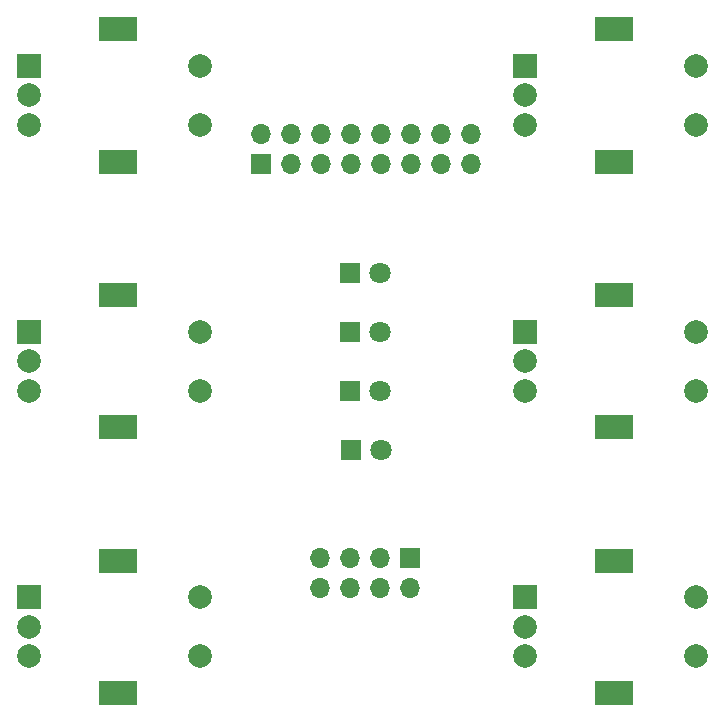
<source format=gts>
%TF.GenerationSoftware,KiCad,Pcbnew,7.0.5*%
%TF.CreationDate,2023-07-13T08:51:00+02:00*%
%TF.ProjectId,Encoder-Holder,456e636f-6465-4722-9d48-6f6c6465722e,rev?*%
%TF.SameCoordinates,Original*%
%TF.FileFunction,Soldermask,Top*%
%TF.FilePolarity,Negative*%
%FSLAX46Y46*%
G04 Gerber Fmt 4.6, Leading zero omitted, Abs format (unit mm)*
G04 Created by KiCad (PCBNEW 7.0.5) date 2023-07-13 08:51:00*
%MOMM*%
%LPD*%
G01*
G04 APERTURE LIST*
%ADD10R,2.000000X2.000000*%
%ADD11C,2.000000*%
%ADD12R,3.200000X2.000000*%
%ADD13R,1.700000X1.700000*%
%ADD14O,1.700000X1.700000*%
%ADD15R,1.800000X1.800000*%
%ADD16C,1.800000*%
G04 APERTURE END LIST*
D10*
%TO.C,SW5*%
X146000000Y-77500000D03*
D11*
X146000000Y-82500000D03*
X146000000Y-80000000D03*
D12*
X153500000Y-74400000D03*
X153500000Y-85600000D03*
D11*
X160500000Y-82500000D03*
X160500000Y-77500000D03*
%TD*%
D10*
%TO.C,SW3*%
X104000000Y-100000000D03*
D11*
X104000000Y-105000000D03*
X104000000Y-102500000D03*
D12*
X111500000Y-96900000D03*
X111500000Y-108100000D03*
D11*
X118500000Y-105000000D03*
X118500000Y-100000000D03*
%TD*%
D13*
%TO.C,J2*%
X136290000Y-96710000D03*
D14*
X136290000Y-99250000D03*
X133750000Y-96710000D03*
X133750000Y-99250000D03*
X131210000Y-96710000D03*
X131210000Y-99250000D03*
X128670000Y-96710000D03*
X128670000Y-99250000D03*
%TD*%
D10*
%TO.C,SW1*%
X104000000Y-55000000D03*
D11*
X104000000Y-60000000D03*
X104000000Y-57500000D03*
D12*
X111500000Y-51900000D03*
X111500000Y-63100000D03*
D11*
X118500000Y-60000000D03*
X118500000Y-55000000D03*
%TD*%
D10*
%TO.C,SW2*%
X104000000Y-77500000D03*
D11*
X104000000Y-82500000D03*
X104000000Y-80000000D03*
D12*
X111500000Y-74400000D03*
X111500000Y-85600000D03*
D11*
X118500000Y-82500000D03*
X118500000Y-77500000D03*
%TD*%
D15*
%TO.C,D2*%
X131210000Y-77500000D03*
D16*
X133750000Y-77500000D03*
%TD*%
D15*
%TO.C,D3*%
X131210000Y-82500000D03*
D16*
X133750000Y-82500000D03*
%TD*%
D15*
%TO.C,D4*%
X131225000Y-87500000D03*
D16*
X133765000Y-87500000D03*
%TD*%
D15*
%TO.C,D1*%
X131210000Y-72500000D03*
D16*
X133750000Y-72500000D03*
%TD*%
D10*
%TO.C,SW6*%
X146000000Y-100000000D03*
D11*
X146000000Y-105000000D03*
X146000000Y-102500000D03*
D12*
X153500000Y-96900000D03*
X153500000Y-108100000D03*
D11*
X160500000Y-105000000D03*
X160500000Y-100000000D03*
%TD*%
D13*
%TO.C,J1*%
X123625000Y-63290000D03*
D14*
X123625000Y-60750000D03*
X126165000Y-63290000D03*
X126165000Y-60750000D03*
X128705000Y-63290000D03*
X128705000Y-60750000D03*
X131245000Y-63290000D03*
X131245000Y-60750000D03*
X133785000Y-63290000D03*
X133785000Y-60750000D03*
X136325000Y-63290000D03*
X136325000Y-60750000D03*
X138865000Y-63290000D03*
X138865000Y-60750000D03*
X141405000Y-63290000D03*
X141405000Y-60750000D03*
%TD*%
D10*
%TO.C,SW4*%
X146000000Y-55000000D03*
D11*
X146000000Y-60000000D03*
X146000000Y-57500000D03*
D12*
X153500000Y-51900000D03*
X153500000Y-63100000D03*
D11*
X160500000Y-60000000D03*
X160500000Y-55000000D03*
%TD*%
M02*

</source>
